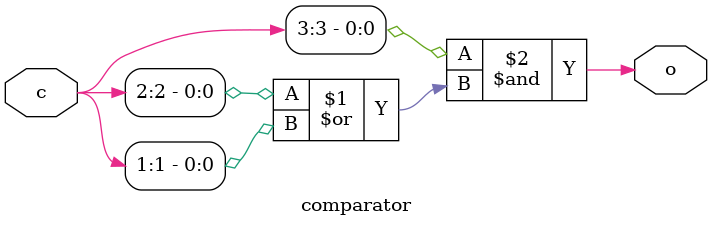
<source format=v>
module ex3_2(SW, HEX0, HEX1);
    input [3:0] SW;
    output [6:0] HEX0, HEX1;
    
    wire cmp;
    comparator m0(SW[3:0], cmp);

    wire [2:0] a;
    ckt_a m1(SW[2:0], a);

    wire o0, o1, o2, o3;

    mux_1bit_2to1 m2(cmp, SW[0], a[0], o0);
    mux_1bit_2to1 m3(cmp, SW[1], a[1], o1);
    mux_1bit_2to1 m4(cmp, SW[2], a[2], o2);
    mux_1bit_2to1 m5(cmp, SW[3], 1'b0, o3);

    ckt_b m6(cmp, HEX1);
    bcd_7seg m7({o3, o2, o1, o0}, HEX0);
endmodule

// m = c - 10
module ckt_a (c, m);
    input [2:0] c;
    output [2:0] m;

    assign m[0] = c[0];
    assign m[1] = ~c[1];
    assign m[2] = c[2] & c[1];
endmodule


module  ckt_b (c, display);
    input c;
    output [6:0] display;
    wire [6:0] one = 7'b1111001, zero = 7'b1000000;
    assign display = ({7{~c}} & zero) | ({7{c}} & one);  
endmodule

module bcd_7seg(c, display);
    input [3:0] c;
    output [6:0] display;

    assign display[0] = ~c[3]&~c[2]&~c[1]&c[0] | c[2]&~c[1]&~c[0];
    assign display[1] = c[2]&~c[1]&c[0] | c[2]&c[1]&~c[0];
    assign display[2] = ~c[2]&c[1]&~c[0];
    assign display[3] = ~c[3]&~c[2]&~c[1]&c[0] | c[2]&~c[1]&~c[0] | c[2]&c[1]&c[0];
    assign display[4] = c[0] | c[2]&~c[1];
    assign display[5] = ~c[3]&~c[2]&c[0] | ~c[2]&c[1] | c[1]&c[0];
    assign display[6] = ~c[3]&~c[2]&~c[1] | c[2]&c[1]&c[0];
endmodule

module mux_1bit_2to1(s, x, y, m);
    input s;
    input x, y;
    output m;
    assign m = (~s & x) | (s & y);
endmodule

// c > 9 => 1
// c <= 9 => 0
module comparator (c, o);
    input [3:0] c;
    output o;
    assign o = c[3] & (c[2] | c[1]);
endmodule
</source>
